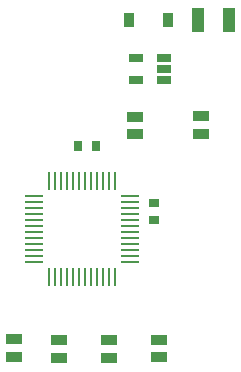
<source format=gtp>
%FSTAX23Y23*%
%MOIN*%
%SFA1B1*%

%IPPOS*%
%ADD15O,0.061020X0.009840*%
%ADD16O,0.009840X0.061020*%
%ADD17R,0.051180X0.027560*%
%ADD18R,0.035830X0.048030*%
%ADD19R,0.035430X0.027560*%
%ADD20R,0.027560X0.035430*%
%ADD21R,0.043310X0.078740*%
%ADD22R,0.053150X0.037400*%
G54D15*
X00913Y00713D03*
Y00693D03*
Y00673D03*
Y00654D03*
Y00634D03*
Y00614D03*
Y00595D03*
Y00575D03*
Y00555D03*
Y00536D03*
Y00516D03*
Y00496D03*
X00596D03*
Y00516D03*
Y00536D03*
Y00555D03*
Y00575D03*
Y00595D03*
Y00614D03*
Y00634D03*
Y00654D03*
Y00673D03*
Y00693D03*
Y00713D03*
G54D16*
X00863Y00446D03*
X00843D03*
X00823D03*
X00804D03*
X00784D03*
X00764D03*
X00745D03*
X00725D03*
X00705D03*
X00686D03*
X00666D03*
X00646D03*
Y00763D03*
X00666D03*
X00686D03*
X00705D03*
X00725D03*
X00745D03*
X00764D03*
X00784D03*
X00804D03*
X00823D03*
X00843D03*
X00863D03*
G54D17*
X01029Y011D03*
Y01137D03*
Y01175D03*
X00935D03*
Y011D03*
G54D18*
X0104Y013D03*
X00911D03*
G54D19*
X00995Y00633D03*
Y00692D03*
G54D20*
X00742Y00882D03*
X00802D03*
G54D21*
X01141Y013D03*
X01243D03*
G54D22*
X0101Y00177D03*
Y00236D03*
X00845Y00176D03*
Y00235D03*
X00679Y00176D03*
Y00235D03*
X00527Y00178D03*
Y00237D03*
X0093Y0092D03*
Y00979D03*
X0115Y0092D03*
Y0098D03*
M02*
</source>
